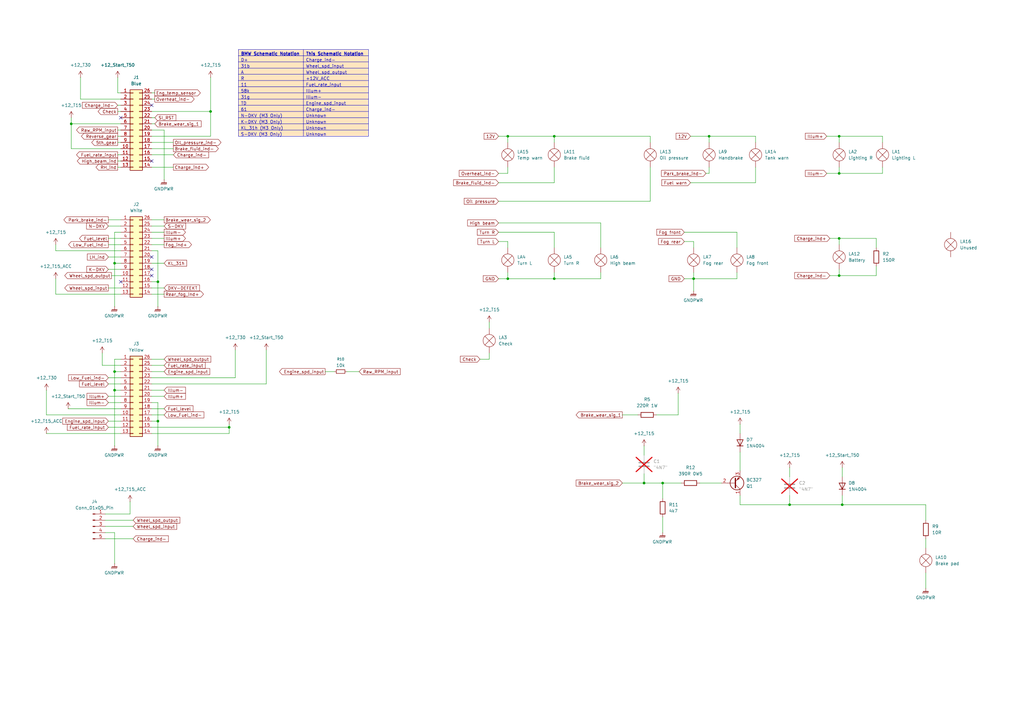
<source format=kicad_sch>
(kicad_sch (version 20250114) (generator "eeschema") (generator_version "9.0")
  (paper "A3")
  (title_block (title "BMW E30 Late Model Cluster Nexus"))
  (lib_symbols
    (symbol "Connector:Conn_01x05_Pin" (pin_names (offset 1.016) (hide yes))
      (property "Reference" "J" (at 0 7.62 0))
      (property "Value" "Conn_01x05_Pin" (at 0 -7.62 0))
      (symbol "Conn_01x05_Pin_1_1"
        (rectangle (start 0.8636 5.207) (end 0 4.953) (stroke (width 0.1524)) (fill (type outline)))
        (rectangle (start 0.8636 2.667) (end 0 2.413) (stroke (width 0.1524)) (fill (type outline)))
        (rectangle (start 0.8636 0.127) (end 0 -0.127) (stroke (width 0.1524)) (fill (type outline)))
        (rectangle (start 0.8636 -2.413) (end 0 -2.667) (stroke (width 0.1524)) (fill (type outline)))
        (rectangle (start 0.8636 -4.953) (end 0 -5.207) (stroke (width 0.1524)) (fill (type outline)))
        (polyline (pts (xy 1.27 5.08) (xy 0.8636 5.08)) (stroke (width 0.1524)))
        (polyline (pts (xy 1.27 2.54) (xy 0.8636 2.54)) (stroke (width 0.1524)))
        (polyline (pts (xy 1.27 0) (xy 0.8636 0)) (stroke (width 0.1524)))
        (polyline (pts (xy 1.27 -2.54) (xy 0.8636 -2.54)) (stroke (width 0.1524)))
        (polyline (pts (xy 1.27 -5.08) (xy 0.8636 -5.08)) (stroke (width 0.1524)))
        (pin passive line (at 5.08 5.08 180) (length 3.81) (name "Pin_1") (number "1"))
        (pin passive line (at 5.08 2.54 180) (length 3.81) (name "Pin_2") (number "2"))
        (pin passive line (at 5.08 0 180) (length 3.81) (name "Pin_3") (number "3"))
        (pin passive line (at 5.08 -2.54 180) (length 3.81) (name "Pin_4") (number "4"))
        (pin passive line (at 5.08 -5.08 180) (length 3.81) (name "Pin_5") (number "5"))
      )
    )
    (symbol "Connector_Generic:Conn_02x13_Counter_Clockwise" (pin_names (offset 1.016) (hide yes))
      (property "Reference" "J" (at 1.27 17.78 0))
      (property "Value" "Conn_02x13_Counter_Clockwise" (at 1.27 -17.78 0))
      (symbol "Conn_02x13_Counter_Clockwise_1_1"
        (rectangle (start -1.27 16.51) (end 3.81 -16.51) (stroke (width 0.254)) (fill (type background)))
        (rectangle (start -1.27 15.367) (end 0 15.113) (stroke (width 0.1524)))
        (rectangle (start -1.27 12.827) (end 0 12.573) (stroke (width 0.1524)))
        (rectangle (start -1.27 10.287) (end 0 10.033) (stroke (width 0.1524)))
        (rectangle (start -1.27 7.747) (end 0 7.493) (stroke (width 0.1524)))
        (rectangle (start -1.27 5.207) (end 0 4.953) (stroke (width 0.1524)))
        (rectangle (start -1.27 2.667) (end 0 2.413) (stroke (width 0.1524)))
        (rectangle (start -1.27 0.127) (end 0 -0.127) (stroke (width 0.1524)))
        (rectangle (start -1.27 -2.413) (end 0 -2.667) (stroke (width 0.1524)))
        (rectangle (start -1.27 -4.953) (end 0 -5.207) (stroke (width 0.1524)))
        (rectangle (start -1.27 -7.493) (end 0 -7.747) (stroke (width 0.1524)))
        (rectangle (start -1.27 -10.033) (end 0 -10.287) (stroke (width 0.1524)))
        (rectangle (start -1.27 -12.573) (end 0 -12.827) (stroke (width 0.1524)))
        (rectangle (start -1.27 -15.113) (end 0 -15.367) (stroke (width 0.1524)))
        (rectangle (start 3.81 15.367) (end 2.54 15.113) (stroke (width 0.1524)))
        (rectangle (start 3.81 12.827) (end 2.54 12.573) (stroke (width 0.1524)))
        (rectangle (start 3.81 10.287) (end 2.54 10.033) (stroke (width 0.1524)))
        (rectangle (start 3.81 7.747) (end 2.54 7.493) (stroke (width 0.1524)))
        (rectangle (start 3.81 5.207) (end 2.54 4.953) (stroke (width 0.1524)))
        (rectangle (start 3.81 2.667) (end 2.54 2.413) (stroke (width 0.1524)))
        (rectangle (start 3.81 0.127) (end 2.54 -0.127) (stroke (width 0.1524)))
        (rectangle (start 3.81 -2.413) (end 2.54 -2.667) (stroke (width 0.1524)))
        (rectangle (start 3.81 -4.953) (end 2.54 -5.207) (stroke (width 0.1524)))
        (rectangle (start 3.81 -7.493) (end 2.54 -7.747) (stroke (width 0.1524)))
        (rectangle (start 3.81 -10.033) (end 2.54 -10.287) (stroke (width 0.1524)))
        (rectangle (start 3.81 -12.573) (end 2.54 -12.827) (stroke (width 0.1524)))
        (rectangle (start 3.81 -15.113) (end 2.54 -15.367) (stroke (width 0.1524)))
        (pin passive line (at -5.08 15.24 0) (length 3.81) (name "Pin_1") (number "1"))
        (pin passive line (at -5.08 12.7 0) (length 3.81) (name "Pin_2") (number "2"))
        (pin passive line (at -5.08 10.16 0) (length 3.81) (name "Pin_3") (number "3"))
        (pin passive line (at -5.08 7.62 0) (length 3.81) (name "Pin_4") (number "4"))
        (pin passive line (at -5.08 5.08 0) (length 3.81) (name "Pin_5") (number "5"))
        (pin passive line (at -5.08 2.54 0) (length 3.81) (name "Pin_6") (number "6"))
        (pin passive line (at -5.08 0 0) (length 3.81) (name "Pin_7") (number "7"))
        (pin passive line (at -5.08 -2.54 0) (length 3.81) (name "Pin_8") (number "8"))
        (pin passive line (at -5.08 -5.08 0) (length 3.81) (name "Pin_9") (number "9"))
        (pin passive line (at -5.08 -7.62 0) (length 3.81) (name "Pin_10") (number "10"))
        (pin passive line (at -5.08 -10.16 0) (length 3.81) (name "Pin_11") (number "11"))
        (pin passive line (at -5.08 -12.7 0) (length 3.81) (name "Pin_12") (number "12"))
        (pin passive line (at -5.08 -15.24 0) (length 3.81) (name "Pin_13") (number "13"))
        (pin passive line (at 7.62 15.24 180) (length 3.81) (name "Pin_26") (number "26"))
        (pin passive line (at 7.62 12.7 180) (length 3.81) (name "Pin_25") (number "25"))
        (pin passive line (at 7.62 10.16 180) (length 3.81) (name "Pin_24") (number "24"))
        (pin passive line (at 7.62 7.62 180) (length 3.81) (name "Pin_23") (number "23"))
        (pin passive line (at 7.62 5.08 180) (length 3.81) (name "Pin_22") (number "22"))
        (pin passive line (at 7.62 2.54 180) (length 3.81) (name "Pin_21") (number "21"))
        (pin passive line (at 7.62 0 180) (length 3.81) (name "Pin_20") (number "20"))
        (pin passive line (at 7.62 -2.54 180) (length 3.81) (name "Pin_19") (number "19"))
        (pin passive line (at 7.62 -5.08 180) (length 3.81) (name "Pin_18") (number "18"))
        (pin passive line (at 7.62 -7.62 180) (length 3.81) (name "Pin_17") (number "17"))
        (pin passive line (at 7.62 -10.16 180) (length 3.81) (name "Pin_16") (number "16"))
        (pin passive line (at 7.62 -12.7 180) (length 3.81) (name "Pin_15") (number "15"))
        (pin passive line (at 7.62 -15.24 180) (length 3.81) (name "Pin_14") (number "14"))
      )
    )
    (symbol "Device:C" (pin_numbers (hide yes)) (pin_names (offset 0.254))
      (property "Reference" "C" (at 0.635 2.54 0))
      (property "Value" "C" (at 0.635 -2.54 0))
      (symbol "C_0_1"
        (polyline (pts (xy -2.032 0.762) (xy 2.032 0.762)) (stroke (width 0.508)))
        (polyline (pts (xy -2.032 -0.762) (xy 2.032 -0.762)) (stroke (width 0.508)))
      )
      (symbol "C_1_1"
        (pin passive line (at 0 3.81 270) (length 2.794) (name "~") (number "1"))
        (pin passive line (at 0 -3.81 90) (length 2.794) (name "~") (number "2"))
      )
    )
    (symbol "Device:Lamp" (pin_numbers (hide yes)) (pin_names (offset 0.0254) (hide yes))
      (property "Reference" "LA" (at 0.635 3.81 0))
      (property "Value" "Lamp" (at 0.635 -3.81 0))
      (symbol "Lamp_0_1"
        (polyline (pts (xy -1.778 1.778) (xy 1.778 -1.778)))
        (circle (center 0 0) (radius 2.54))
        (polyline (pts (xy 1.778 1.778) (xy -1.778 -1.778)))
      )
      (symbol "Lamp_1_1"
        (pin passive line (at 0 5.08 270) (length 2.54) (name "+") (number "2"))
        (pin passive line (at 0 -5.08 90) (length 2.54) (name "-") (number "1"))
      )
    )
    (symbol "Device:R" (pin_numbers (hide yes)) (pin_names (offset 0))
      (property "Reference" "R" (at 2.032 0 90))
      (property "Value" "R" (at 0 0 90))
      (symbol "R_0_1"
        (rectangle (start -1.016 -2.54) (end 1.016 2.54) (stroke (width 0.254)))
      )
      (symbol "R_1_1"
        (pin passive line (at 0 3.81 270) (length 1.27) (name "~") (number "1"))
        (pin passive line (at 0 -3.81 90) (length 1.27) (name "~") (number "2"))
      )
    )
    (symbol "Device:R_Small" (pin_numbers (hide yes)) (pin_names (offset 0.254) (hide yes))
      (property "Reference" "R" (at 0 0 90))
      (property "Value" "R_Small" (at 1.778 0 90))
      (symbol "R_Small_0_1"
        (rectangle (start -0.762 1.778) (end 0.762 -1.778) (stroke (width 0.2032)))
      )
      (symbol "R_Small_1_1"
        (pin passive line (at 0 2.54 270) (length 0.762) (name "~") (number "1"))
        (pin passive line (at 0 -2.54 90) (length 0.762) (name "~") (number "2"))
      )
    )
    (symbol "Diode:1N4004" (pin_numbers (hide yes)) (pin_names (hide yes))
      (property "Reference" "D" (at 0 2.54 0))
      (property "Value" "1N4004" (at 0 -2.54 0))
      (symbol "1N4004_0_1"
        (polyline (pts (xy -1.27 1.27) (xy -1.27 -1.27)) (stroke (width 0.254)))
        (polyline (pts (xy 1.27 1.27) (xy 1.27 -1.27) (xy -1.27 0) (xy 1.27 1.27)) (stroke (width 0.254)))
        (polyline (pts (xy 1.27 0) (xy -1.27 0)))
      )
      (symbol "1N4004_1_1"
        (pin passive line (at -3.81 0 0) (length 2.54) (name "K") (number "1"))
        (pin passive line (at 3.81 0 180) (length 2.54) (name "A") (number "2"))
      )
    )
    (symbol "Transistor_BJT:BC327" (pin_names (offset 0) (hide yes))
      (property "Reference" "Q" (at 5.08 1.905 0))
      (property "Value" "BC327" (at 5.08 0 0))
      (symbol "BC327_0_1"
        (polyline (pts (xy -2.54 0) (xy 0.635 0)))
        (polyline (pts (xy 0.635 1.905) (xy 0.635 -1.905)) (stroke (width 0.508)))
        (polyline (pts (xy 0.635 0.635) (xy 2.54 2.54)))
        (polyline (pts (xy 0.635 -0.635) (xy 2.54 -2.54)))
        (circle (center 1.27 0) (radius 2.8194) (stroke (width 0.254)))
        (polyline (pts (xy 2.286 -1.778) (xy 1.778 -2.286) (xy 1.27 -1.27) (xy 2.286 -1.778)) (fill (type outline)))
      )
      (symbol "BC327_1_1"
        (pin input line (at -5.08 0 0) (length 2.54) (name "B") (number "2"))
        (pin passive line (at 2.54 5.08 270) (length 2.54) (name "C") (number "1"))
        (pin passive line (at 2.54 -5.08 90) (length 2.54) (name "E") (number "3"))
      )
    )
    (symbol "power:+12V" (power) (pin_numbers (hide yes)) (pin_names (offset 0) (hide yes))
      (property "Value" "+12V" (at 0 3.556 0))
      (symbol "+12V_0_1"
        (polyline (pts (xy -0.762 1.27) (xy 0 2.54)))
        (polyline (pts (xy 0 2.54) (xy 0.762 1.27)))
        (polyline (pts (xy 0 0) (xy 0 2.54)))
      )
      (symbol "+12V_1_1"
        (pin power_in line (at 0 0 90) (length 0) (name "~") (number "1"))
      )
    )
    (symbol "power:GNDPWR" (power) (pin_numbers (hide yes)) (pin_names (offset 0) (hide yes))
      (property "Value" "GNDPWR" (at 0 -3.302 0))
      (symbol "GNDPWR_0_1"
        (polyline (pts (xy -1.016 -1.27) (xy -1.27 -2.032) (xy -1.27 -2.032)) (stroke (width 0.2032)))
        (polyline (pts (xy -0.508 -1.27) (xy -0.762 -2.032) (xy -0.762 -2.032)) (stroke (width 0.2032)))
        (polyline (pts (xy 0 -1.27) (xy 0 0)))
        (polyline (pts (xy 0 -1.27) (xy -0.254 -2.032) (xy -0.254 -2.032)) (stroke (width 0.2032)))
        (polyline (pts (xy 0.508 -1.27) (xy 0.254 -2.032) (xy 0.254 -2.032)) (stroke (width 0.2032)))
        (polyline (pts (xy 1.016 -1.27) (xy -1.016 -1.27) (xy -1.016 -1.27)) (stroke (width 0.2032)))
        (polyline (pts (xy 1.016 -1.27) (xy 0.762 -2.032) (xy 0.762 -2.032) (xy 0.762 -2.032)) (stroke (width 0.2032)))
      )
      (symbol "GNDPWR_1_1"
        (pin power_in line (at 0 0 270) (length 0) (name "~") (number "1"))
      )
    )
  )
  (junction (at 208.28 55.88))
  (junction (at 208.28 114.3))
  (junction (at 46.99 107.95))
  (junction (at 64.77 172.72))
  (junction (at 344.17 113.03))
  (junction (at 227.33 55.88))
  (junction (at 344.17 97.79))
  (junction (at 93.98 175.26))
  (junction (at 323.85 207.01))
  (junction (at 264.16 198.12))
  (junction (at 46.99 160.02))
  (junction (at 64.77 115.57))
  (junction (at 345.44 207.01))
  (junction (at 344.17 55.88))
  (junction (at 344.17 71.12))
  (junction (at 29.21 50.8))
  (junction (at 227.33 114.3))
  (junction (at 46.99 152.4))
  (junction (at 86.36 45.72))
  (junction (at 284.48 114.3))
  (junction (at 290.83 55.88))
  (junction (at 271.78 198.12))
  (no_connect (at 49.53 115.57))
  (no_connect (at 62.23 113.03))
  (no_connect (at 62.23 43.18))
  (no_connect (at 62.23 110.49))
  (no_connect (at 62.23 105.41))
  (no_connect (at 62.23 66.04))
  (no_connect (at 49.53 48.26))
  (wire (pts (xy 62.23 118.11) (xy 67.31 118.11)))
  (wire (pts (xy 48.26 63.5) (xy 49.53 63.5)))
  (wire (pts (xy 48.26 58.42) (xy 49.53 58.42)))
  (wire (pts (xy 271.78 198.12) (xy 271.78 204.47)))
  (wire (pts (xy 302.26 114.3) (xy 302.26 111.76)))
  (wire (pts (xy 264.16 182.88) (xy 264.16 186.69)))
  (wire (pts (xy 44.45 92.71) (xy 49.53 92.71)))
  (wire (pts (xy 53.34 205.74) (xy 53.34 210.82)))
  (wire (pts (xy 45.72 113.03) (xy 49.53 113.03)))
  (wire (pts (xy 344.17 71.12) (xy 361.95 71.12)))
  (wire (pts (xy 339.09 71.12) (xy 344.17 71.12)))
  (wire (pts (xy 227.33 95.25) (xy 227.33 101.6)))
  (wire (pts (xy 67.31 73.66) (xy 67.31 53.34)))
  (wire (pts (xy 227.33 74.93) (xy 227.33 68.58)))
  (wire (pts (xy 204.47 91.44) (xy 246.38 91.44)))
  (wire (pts (xy 62.23 60.96) (xy 71.12 60.96)))
  (wire (pts (xy 359.41 97.79) (xy 344.17 97.79)))
  (wire (pts (xy 41.91 149.86) (xy 41.91 144.78)))
  (wire (pts (xy 208.28 114.3) (xy 208.28 111.76)))
  (wire (pts (xy 255.27 198.12) (xy 264.16 198.12)))
  (wire (pts (xy 43.18 210.82) (xy 53.34 210.82)))
  (wire (pts (xy 359.41 109.22) (xy 359.41 113.03)))
  (wire (pts (xy 204.47 95.25) (xy 227.33 95.25)))
  (wire (pts (xy 19.05 160.02) (xy 19.05 170.18)))
  (wire (pts (xy 303.53 185.42) (xy 303.53 193.04)))
  (wire (pts (xy 284.48 114.3) (xy 302.26 114.3)))
  (wire (pts (xy 264.16 194.31) (xy 264.16 198.12)))
  (wire (pts (xy 246.38 91.44) (xy 246.38 101.6)))
  (wire (pts (xy 22.86 102.87) (xy 22.86 100.33)))
  (wire (pts (xy 41.91 149.86) (xy 49.53 149.86)))
  (wire (pts (xy 49.53 50.8) (xy 29.21 50.8)))
  (wire (pts (xy 204.47 99.06) (xy 208.28 99.06)))
  (wire (pts (xy 62.23 55.88) (xy 86.36 55.88)))
  (wire (pts (xy 287.02 198.12) (xy 295.91 198.12)))
  (wire (pts (xy 204.47 71.12) (xy 208.28 71.12)))
  (wire (pts (xy 290.83 55.88) (xy 309.88 55.88)))
  (wire (pts (xy 22.86 102.87) (xy 49.53 102.87)))
  (wire (pts (xy 345.44 191.77) (xy 345.44 195.58)))
  (wire (pts (xy 227.33 114.3) (xy 227.33 111.76)))
  (wire (pts (xy 48.26 43.18) (xy 49.53 43.18)))
  (wire (pts (xy 48.26 45.72) (xy 49.53 45.72)))
  (wire (pts (xy 204.47 114.3) (xy 208.28 114.3)))
  (wire (pts (xy 379.73 207.01) (xy 345.44 207.01)))
  (wire (pts (xy 46.99 152.4) (xy 46.99 147.32)))
  (wire (pts (xy 46.99 107.95) (xy 46.99 125.73)))
  (wire (pts (xy 46.99 95.25) (xy 49.53 95.25)))
  (wire (pts (xy 29.21 50.8) (xy 29.21 48.26)))
  (wire (pts (xy 208.28 114.3) (xy 227.33 114.3)))
  (wire (pts (xy 44.45 97.79) (xy 49.53 97.79)))
  (wire (pts (xy 344.17 100.33) (xy 344.17 97.79)))
  (wire (pts (xy 27.94 167.64) (xy 49.53 167.64)))
  (wire (pts (xy 280.67 95.25) (xy 302.26 95.25)))
  (wire (pts (xy 46.99 160.02) (xy 46.99 152.4)))
  (wire (pts (xy 46.99 152.4) (xy 49.53 152.4)))
  (wire (pts (xy 62.23 90.17) (xy 67.31 90.17)))
  (wire (pts (xy 44.45 172.72) (xy 49.53 172.72)))
  (wire (pts (xy 271.78 198.12) (xy 279.4 198.12)))
  (wire (pts (xy 33.02 40.64) (xy 33.02 31.75)))
  (wire (pts (xy 62.23 45.72) (xy 86.36 45.72)))
  (wire (pts (xy 303.53 173.99) (xy 303.53 177.8)))
  (wire (pts (xy 29.21 60.96) (xy 29.21 50.8)))
  (wire (pts (xy 379.73 213.36) (xy 379.73 207.01)))
  (wire (pts (xy 303.53 207.01) (xy 323.85 207.01)))
  (wire (pts (xy 302.26 95.25) (xy 302.26 101.6)))
  (wire (pts (xy 266.7 82.55) (xy 266.7 68.58)))
  (wire (pts (xy 227.33 55.88) (xy 227.33 58.42)))
  (wire (pts (xy 200.66 147.32) (xy 200.66 144.78)))
  (wire (pts (xy 86.36 45.72) (xy 86.36 55.88)))
  (wire (pts (xy 64.77 125.73) (xy 64.77 115.57)))
  (wire (pts (xy 48.26 53.34) (xy 49.53 53.34)))
  (wire (pts (xy 323.85 207.01) (xy 345.44 207.01)))
  (wire (pts (xy 323.85 203.2) (xy 323.85 207.01)))
  (wire (pts (xy 200.66 132.08) (xy 200.66 134.62)))
  (wire (pts (xy 290.83 55.88) (xy 290.83 58.42)))
  (wire (pts (xy 62.23 40.64) (xy 63.5 40.64)))
  (wire (pts (xy 359.41 113.03) (xy 344.17 113.03)))
  (wire (pts (xy 43.18 220.98) (xy 54.61 220.98)))
  (wire (pts (xy 283.21 55.88) (xy 290.83 55.88)))
  (wire (pts (xy 204.47 82.55) (xy 266.7 82.55)))
  (wire (pts (xy 48.26 66.04) (xy 49.53 66.04)))
  (wire (pts (xy 33.02 40.64) (xy 49.53 40.64)))
  (wire (pts (xy 323.85 191.77) (xy 323.85 195.58)))
  (wire (pts (xy 309.88 55.88) (xy 309.88 58.42)))
  (wire (pts (xy 344.17 55.88) (xy 339.09 55.88)))
  (wire (pts (xy 227.33 114.3) (xy 246.38 114.3)))
  (wire (pts (xy 48.26 68.58) (xy 49.53 68.58)))
  (wire (pts (xy 62.23 165.1) (xy 64.77 165.1)))
  (wire (pts (xy 44.45 157.48) (xy 49.53 157.48)))
  (wire (pts (xy 64.77 182.88) (xy 64.77 172.72)))
  (wire (pts (xy 46.99 231.14) (xy 46.99 218.44)))
  (wire (pts (xy 344.17 113.03) (xy 344.17 110.49)))
  (wire (pts (xy 280.67 114.3) (xy 284.48 114.3)))
  (wire (pts (xy 44.45 105.41) (xy 49.53 105.41)))
  (wire (pts (xy 290.83 71.12) (xy 290.83 68.58)))
  (wire (pts (xy 361.95 55.88) (xy 361.95 58.42)))
  (wire (pts (xy 62.23 102.87) (xy 64.77 102.87)))
  (wire (pts (xy 22.86 120.65) (xy 49.53 120.65)))
  (wire (pts (xy 359.41 101.6) (xy 359.41 97.79)))
  (wire (pts (xy 62.23 48.26) (xy 63.5 48.26)))
  (wire (pts (xy 62.23 157.48) (xy 109.22 157.48)))
  (wire (pts (xy 46.99 160.02) (xy 49.53 160.02)))
  (wire (pts (xy 44.45 175.26) (xy 49.53 175.26)))
  (wire (pts (xy 46.99 182.88) (xy 46.99 160.02)))
  (wire (pts (xy 62.23 58.42) (xy 71.12 58.42)))
  (wire (pts (xy 208.28 55.88) (xy 227.33 55.88)))
  (wire (pts (xy 22.86 120.65) (xy 22.86 114.3)))
  (wire (pts (xy 344.17 55.88) (xy 344.17 58.42)))
  (wire (pts (xy 204.47 55.88) (xy 208.28 55.88)))
  (wire (pts (xy 43.18 215.9) (xy 54.61 215.9)))
  (wire (pts (xy 280.67 99.06) (xy 284.48 99.06)))
  (wire (pts (xy 208.28 71.12) (xy 208.28 68.58)))
  (wire (pts (xy 284.48 99.06) (xy 284.48 101.6)))
  (wire (pts (xy 44.45 162.56) (xy 49.53 162.56)))
  (wire (pts (xy 62.23 120.65) (xy 67.31 120.65)))
  (wire (pts (xy 62.23 162.56) (xy 67.31 162.56)))
  (wire (pts (xy 266.7 55.88) (xy 266.7 58.42)))
  (wire (pts (xy 196.85 147.32) (xy 200.66 147.32)))
  (wire (pts (xy 261.62 170.18) (xy 255.27 170.18)))
  (wire (pts (xy 62.23 147.32) (xy 67.31 147.32)))
  (wire (pts (xy 361.95 71.12) (xy 361.95 68.58)))
  (wire (pts (xy 62.23 167.64) (xy 67.31 167.64)))
  (wire (pts (xy 62.23 95.25) (xy 67.31 95.25)))
  (wire (pts (xy 64.77 165.1) (xy 64.77 172.72)))
  (wire (pts (xy 64.77 115.57) (xy 62.23 115.57)))
  (wire (pts (xy 96.52 143.51) (xy 96.52 154.94)))
  (wire (pts (xy 340.36 113.03) (xy 344.17 113.03)))
  (wire (pts (xy 49.53 38.1) (xy 48.26 38.1)))
  (wire (pts (xy 62.23 154.94) (xy 96.52 154.94)))
  (wire (pts (xy 379.73 234.95) (xy 379.73 241.3)))
  (wire (pts (xy 278.13 161.29) (xy 278.13 170.18)))
  (wire (pts (xy 44.45 100.33) (xy 49.53 100.33)))
  (wire (pts (xy 246.38 114.3) (xy 246.38 111.76)))
  (wire (pts (xy 208.28 55.88) (xy 208.28 58.42)))
  (wire (pts (xy 379.73 220.98) (xy 379.73 224.79)))
  (wire (pts (xy 62.23 97.79) (xy 67.31 97.79)))
  (wire (pts (xy 278.13 170.18) (xy 269.24 170.18)))
  (wire (pts (xy 19.05 170.18) (xy 49.53 170.18)))
  (wire (pts (xy 49.53 60.96) (xy 29.21 60.96)))
  (wire (pts (xy 86.36 31.75) (xy 86.36 45.72)))
  (wire (pts (xy 93.98 173.99) (xy 93.98 175.26)))
  (wire (pts (xy 345.44 207.01) (xy 345.44 203.2)))
  (wire (pts (xy 62.23 177.8) (xy 93.98 177.8)))
  (wire (pts (xy 46.99 107.95) (xy 49.53 107.95)))
  (wire (pts (xy 208.28 99.06) (xy 208.28 101.6)))
  (wire (pts (xy 284.48 114.3) (xy 284.48 119.38)))
  (wire (pts (xy 344.17 55.88) (xy 361.95 55.88)))
  (wire (pts (xy 109.22 157.48) (xy 109.22 143.51)))
  (wire (pts (xy 271.78 212.09) (xy 271.78 218.44)))
  (wire (pts (xy 48.26 55.88) (xy 49.53 55.88)))
  (wire (pts (xy 93.98 175.26) (xy 93.98 177.8)))
  (wire (pts (xy 142.24 152.4) (xy 147.32 152.4)))
  (wire (pts (xy 46.99 95.25) (xy 46.99 107.95)))
  (wire (pts (xy 48.26 38.1) (xy 48.26 31.75)))
  (wire (pts (xy 62.23 100.33) (xy 67.31 100.33)))
  (wire (pts (xy 62.23 92.71) (xy 67.31 92.71)))
  (wire (pts (xy 284.48 111.76) (xy 284.48 114.3)))
  (wire (pts (xy 44.45 110.49) (xy 49.53 110.49)))
  (wire (pts (xy 283.21 74.93) (xy 309.88 74.93)))
  (wire (pts (xy 344.17 97.79) (xy 340.36 97.79)))
  (wire (pts (xy 62.23 160.02) (xy 67.31 160.02)))
  (wire (pts (xy 227.33 55.88) (xy 266.7 55.88)))
  (wire (pts (xy 303.53 207.01) (xy 303.53 203.2)))
  (wire (pts (xy 309.88 74.93) (xy 309.88 68.58)))
  (wire (pts (xy 133.35 152.4) (xy 137.16 152.4)))
  (wire (pts (xy 62.23 53.34) (xy 67.31 53.34)))
  (wire (pts (xy 62.23 170.18) (xy 67.31 170.18)))
  (wire (pts (xy 44.45 154.94) (xy 49.53 154.94)))
  (wire (pts (xy 44.45 165.1) (xy 49.53 165.1)))
  (wire (pts (xy 204.47 74.93) (xy 227.33 74.93)))
  (wire (pts (xy 62.23 152.4) (xy 67.31 152.4)))
  (wire (pts (xy 62.23 38.1) (xy 63.5 38.1)))
  (wire (pts (xy 46.99 147.32) (xy 49.53 147.32)))
  (wire (pts (xy 62.23 149.86) (xy 67.31 149.86)))
  (wire (pts (xy 64.77 172.72) (xy 62.23 172.72)))
  (wire (pts (xy 62.23 68.58) (xy 71.12 68.58)))
  (wire (pts (xy 19.05 177.8) (xy 49.53 177.8)))
  (wire (pts (xy 44.45 118.11) (xy 49.53 118.11)))
  (wire (pts (xy 43.18 213.36) (xy 54.61 213.36)))
  (wire (pts (xy 289.56 71.12) (xy 290.83 71.12)))
  (wire (pts (xy 62.23 107.95) (xy 67.31 107.95)))
  (wire (pts (xy 44.45 90.17) (xy 49.53 90.17)))
  (wire (pts (xy 264.16 198.12) (xy 271.78 198.12)))
  (wire (pts (xy 64.77 102.87) (xy 64.77 115.57)))
  (wire (pts (xy 344.17 68.58) (xy 344.17 71.12)))
  (wire (pts (xy 62.23 175.26) (xy 93.98 175.26)))
  (wire (pts (xy 62.23 63.5) (xy 71.12 63.5)))
  (wire (pts (xy 62.23 50.8) (xy 63.5 50.8)))
  (wire (pts (xy 46.99 218.44) (xy 43.18 218.44)))
  (table (column_count 2) (border (external yes) (header yes)) (separators (rows yes) (cols yes)) (column_widths 26.67 26.67) (row_heights 2.54 2.54 2.54 2.54 2.54 2.54 2.54 2.54 2.54 2.54 2.54 2.54 2.54 2.54) (cells (table_cell "BMW Schematic Notation" (at 97.79 20.32 0) (size 26.67 2.54) (margins 0.9525 0.9525 0.9525 0.9525) (span 1 1) (fill (type color) (color 255 229 191 1))) (table_cell "This Schematic Notation" (at 124.46 20.32 0) (size 26.67 2.54) (margins 0.9525 0.9525 0.9525 0.9525) (span 1 1) (fill (type color) (color 255 229 191 1))) (table_cell "D+" (at 97.79 22.86 0) (size 26.67 2.54) (margins 0.9525 0.9525 0.9525 0.9525) (span 1 1) (fill (type color) (color 255 229 191 1))) (table_cell "Charge_ind-" (at 124.46 22.86 0) (size 26.67 2.54) (margins 0.9525 0.9525 0.9525 0.9525) (span 1 1) (fill (type color) (color 255 229 191 1))) (table_cell "31b" (at 97.79 25.4 0) (size 26.67 2.54) (margins 0.9525 0.9525 0.9525 0.9525) (span 1 1) (fill (type color) (color 255 229 191 1))) (table_cell "Wheel_spd_input" (at 124.46 25.4 0) (size 26.67 2.54) (margins 0.9525 0.9525 0.9525 0.9525) (span 1 1) (fill (type color) (color 255 229 191 1))) (table_cell "A" (at 97.79 27.94 0) (size 26.67 2.54) (margins 0.9525 0.9525 0.9525 0.9525) (span 1 1) (fill (type color) (color 255 229 191 1))) (table_cell "Wheel_spd_output" (at 124.46 27.94 0) (size 26.67 2.54) (margins 0.9525 0.9525 0.9525 0.9525) (span 1 1) (fill (type color) (color 255 229 191 1))) (table_cell "R" (at 97.79 30.48 0) (size 26.67 2.54) (margins 0.9525 0.9525 0.9525 0.9525) (span 1 1) (fill (type color) (color 255 229 191 1))) (table_cell "+12V_ACC" (at 124.46 30.48 0) (size 26.67 2.54) (margins 0.9525 0.9525 0.9525 0.9525) (span 1 1) (fill (type color) (color 255 229 191 1))) (table_cell "11" (at 97.79 33.02 0) (size 26.67 2.54) (margins 0.9525 0.9525 0.9525 0.9525) (span 1 1) (fill (type color) (color 255 229 191 1))) (table_cell "Fuel_rate_input" (at 124.46 33.02 0) (size 26.67 2.54) (margins 0.9525 0.9525 0.9525 0.9525) (span 1 1) (fill (type color) (color 255 229 191 1))) (table_cell "58k" (at 97.79 35.56 0) (size 26.67 2.54) (margins 0.9525 0.9525 0.9525 0.9525) (span 1 1) (fill (type color) (color 255 229 191 1))) (table_cell "Illum+" (at 124.46 35.56 0) (size 26.67 2.54) (margins 0.9525 0.9525 0.9525 0.9525) (span 1 1) (fill (type color) (color 255 229 191 1))) (table_cell "31g" (at 97.79 38.1 0) (size 26.67 2.54) (margins 0.9525 0.9525 0.9525 0.9525) (span 1 1) (fill (type color) (color 255 229 191 1))) (table_cell "Illum-" (at 124.46 38.1 0) (size 26.67 2.54) (margins 0.9525 0.9525 0.9525 0.9525) (span 1 1) (fill (type color) (color 255 229 191 1))) (table_cell "TD" (at 97.79 40.64 0) (size 26.67 2.54) (margins 0.9525 0.9525 0.9525 0.9525) (span 1 1) (fill (type color) (color 255 229 191 1))) (table_cell "Engine_spd_input" (at 124.46 40.64 0) (size 26.67 2.54) (margins 0.9525 0.9525 0.9525 0.9525) (span 1 1) (fill (type color) (color 255 229 191 1))) (table_cell "61" (at 97.79 43.18 0) (size 26.67 2.54) (margins 0.9525 0.9525 0.9525 0.9525) (span 1 1) (fill (type color) (color 255 229 191 1))) (table_cell "Charge_ind-" (at 124.46 43.18 0) (size 26.67 2.54) (margins 0.9525 0.9525 0.9525 0.9525) (span 1 1) (fill (type color) (color 255 229 191 1))) (table_cell "N-DKV (M3 Only)" (at 97.79 45.72 0) (size 26.67 2.54) (margins 0.9525 0.9525 0.9525 0.9525) (span 1 1) (fill (type color) (color 255 229 191 1))) (table_cell "Unknown" (at 124.46 45.72 0) (size 26.67 2.54) (margins 0.9525 0.9525 0.9525 0.9525) (span 1 1) (fill (type color) (color 255 229 191 1))) (table_cell "K-DKV (M3 Only)" (at 97.79 48.26 0) (size 26.67 2.54) (margins 0.9525 0.9525 0.9525 0.9525) (span 1 1) (fill (type color) (color 255 229 191 1))) (table_cell "Unknown" (at 124.46 48.26 0) (size 26.67 2.54) (margins 0.9525 0.9525 0.9525 0.9525) (span 1 1) (fill (type color) (color 255 229 191 1))) (table_cell "KL_31h (M3 Only)" (at 97.79 50.8 0) (size 26.67 2.54) (margins 0.9525 0.9525 0.9525 0.9525) (span 1 1) (fill (type color) (color 255 229 191 1))) (table_cell "Unknown" (at 124.46 50.8 0) (size 26.67 2.54) (margins 0.9525 0.9525 0.9525 0.9525) (span 1 1) (fill (type color) (color 255 229 191 1))) (table_cell "S-DKV (M3 Only)" (at 97.79 53.34 0) (size 26.67 2.54) (margins 0.9525 0.9525 0.9525 0.9525) (span 1 1) (fill (type color) (color 255 229 191 1))) (table_cell "Unknown" (at 124.46 53.34 0) (size 26.67 2.54) (margins 0.9525 0.9525 0.9525 0.9525) (span 1 1) (fill (type color) (color 255 229 191 1)))))
  (global_label "Fuel_rate_input" (shape input) (at 67.31 149.86 0) (property "Intersheetrefs" "${INTERSHEET_REFS}" (effects (hide yes))))
  (global_label "Turn L" (shape input) (at 204.47 99.06 180) (property "Intersheetrefs" "${INTERSHEET_REFS}" (effects (hide yes))))
  (global_label "Wheel_spd_input" (shape output) (at 44.45 118.11 180) (property "Intersheetrefs" "${INTERSHEET_REFS}" (effects (hide yes))))
  (global_label "Brake_wear_sig_1" (shape output) (at 255.27 170.18 180) (property "Intersheetrefs" "${INTERSHEET_REFS}" (effects (hide yes))))
  (global_label "Charge_ind+" (shape input) (at 340.36 97.79 180) (property "Intersheetrefs" "${INTERSHEET_REFS}" (effects (hide yes))))
  (global_label "RH_ind" (shape output) (at 48.26 68.58 180) (property "Intersheetrefs" "${INTERSHEET_REFS}" (effects (hide yes))))
  (global_label "Overheat_ind-" (shape output) (at 63.5 40.64 0) (property "Intersheetrefs" "${INTERSHEET_REFS}" (effects (hide yes))))
  (global_label "Oil pressure" (shape input) (at 204.47 82.55 180) (property "Intersheetrefs" "${INTERSHEET_REFS}" (effects (hide yes))))
  (global_label "N-DKV" (shape input) (at 44.45 92.71 180) (property "Intersheetrefs" "${INTERSHEET_REFS}" (effects (hide yes))))
  (global_label "Raw_RPM_input" (shape output) (at 48.26 53.34 180) (property "Intersheetrefs" "${INTERSHEET_REFS}" (effects (hide yes))))
  (global_label "Illum+" (shape output) (at 67.31 97.79 0) (property "Intersheetrefs" "${INTERSHEET_REFS}" (effects (hide yes))))
  (global_label "Reverse_gear" (shape output) (at 48.26 55.88 180) (property "Intersheetrefs" "${INTERSHEET_REFS}" (effects (hide yes))))
  (global_label "Brake_wear_sig_2" (shape input) (at 255.27 198.12 180) (property "Intersheetrefs" "${INTERSHEET_REFS}" (effects (hide yes))))
  (global_label "Park_brake_ind-" (shape output) (at 44.45 90.17 180) (property "Intersheetrefs" "${INTERSHEET_REFS}" (effects (hide yes))))
  (global_label "Rear_fog_ind+" (shape output) (at 67.31 120.65 0) (property "Intersheetrefs" "${INTERSHEET_REFS}" (effects (hide yes))))
  (global_label "OIl_pressure_ind-" (shape output) (at 71.12 58.42 0) (property "Intersheetrefs" "${INTERSHEET_REFS}" (effects (hide yes))))
  (global_label "Brake_wear_sig_2" (shape output) (at 67.31 90.17 0) (property "Intersheetrefs" "${INTERSHEET_REFS}" (effects (hide yes))))
  (global_label "LH_ind" (shape input) (at 44.45 105.41 180) (property "Intersheetrefs" "${INTERSHEET_REFS}" (effects (hide yes))))
  (global_label "5th_gear" (shape output) (at 48.26 58.42 180) (property "Intersheetrefs" "${INTERSHEET_REFS}" (effects (hide yes))))
  (global_label "Park_brake_ind-" (shape input) (at 289.56 71.12 180) (property "Intersheetrefs" "${INTERSHEET_REFS}" (effects (hide yes))))
  (global_label "GND" (shape input) (at 280.67 114.3 180) (property "Intersheetrefs" "${INTERSHEET_REFS}" (effects (hide yes))))
  (global_label "Fuel_level" (shape input) (at 67.31 167.64 0) (property "Intersheetrefs" "${INTERSHEET_REFS}" (effects (hide yes))))
  (global_label "Brake_fluid_ind-" (shape output) (at 71.12 60.96 0) (property "Intersheetrefs" "${INTERSHEET_REFS}" (effects (hide yes))))
  (global_label "K-DKV" (shape input) (at 44.45 110.49 180) (property "Intersheetrefs" "${INTERSHEET_REFS}" (effects (hide yes))))
  (global_label "Check" (shape input) (at 196.85 147.32 180) (property "Intersheetrefs" "${INTERSHEET_REFS}" (effects (hide yes))))
  (global_label "Fog front" (shape input) (at 280.67 95.25 180) (property "Intersheetrefs" "${INTERSHEET_REFS}" (effects (hide yes))))
  (global_label "Charge_ind-" (shape input) (at 71.12 63.5 0) (property "Intersheetrefs" "${INTERSHEET_REFS}" (effects (hide yes))))
  (global_label "Charge_ind-" (shape input) (at 340.36 113.03 180) (property "Intersheetrefs" "${INTERSHEET_REFS}" (effects (hide yes))))
  (global_label "Wheel_spd_output" (shape input) (at 67.31 147.32 0) (property "Intersheetrefs" "${INTERSHEET_REFS}" (effects (hide yes))))
  (global_label "Charge_ind-" (shape input) (at 48.26 43.18 180) (property "Intersheetrefs" "${INTERSHEET_REFS}" (effects (hide yes))))
  (global_label "Illum+" (shape input) (at 339.09 55.88 180) (property "Intersheetrefs" "${INTERSHEET_REFS}" (effects (hide yes))))
  (global_label "GND" (shape input) (at 204.47 114.3 180) (property "Intersheetrefs" "${INTERSHEET_REFS}" (effects (hide yes))))
  (global_label "Fog_ind+" (shape output) (at 67.31 100.33 0) (property "Intersheetrefs" "${INTERSHEET_REFS}" (effects (hide yes))))
  (global_label "Fuel_rate_input" (shape input) (at 44.45 175.26 180) (property "Intersheetrefs" "${INTERSHEET_REFS}" (effects (hide yes))))
  (global_label "High beam" (shape input) (at 204.47 91.44 180) (property "Intersheetrefs" "${INTERSHEET_REFS}" (effects (hide yes))))
  (global_label "Charge_ind+" (shape output) (at 71.12 68.58 0) (property "Intersheetrefs" "${INTERSHEET_REFS}" (effects (hide yes))))
  (global_label "Low_Fuel_ind-" (shape output) (at 44.45 100.33 180) (property "Intersheetrefs" "${INTERSHEET_REFS}" (effects (hide yes))))
  (global_label "Fuel_rate_input" (shape output) (at 48.26 63.5 180) (property "Intersheetrefs" "${INTERSHEET_REFS}" (effects (hide yes))))
  (global_label "Illum-" (shape input) (at 44.45 165.1 180) (property "Intersheetrefs" "${INTERSHEET_REFS}" (effects (hide yes))))
  (global_label "Charge_ind-" (shape input) (at 54.61 220.98 0) (property "Intersheetrefs" "${INTERSHEET_REFS}" (effects (hide yes))))
  (global_label "Turn R" (shape input) (at 204.47 95.25 180) (property "Intersheetrefs" "${INTERSHEET_REFS}" (effects (hide yes))))
  (global_label "High_beam_ind" (shape output) (at 48.26 66.04 180) (property "Intersheetrefs" "${INTERSHEET_REFS}" (effects (hide yes))))
  (global_label "Engine_spd_input" (shape output) (at 133.35 152.4 180) (property "Intersheetrefs" "${INTERSHEET_REFS}" (effects (hide yes))))
  (global_label "Low_Fuel_ind-" (shape input) (at 44.45 154.94 180) (property "Intersheetrefs" "${INTERSHEET_REFS}" (effects (hide yes))))
  (global_label "Wheel_spd_input" (shape input) (at 54.61 215.9 0) (property "Intersheetrefs" "${INTERSHEET_REFS}" (effects (hide yes))))
  (global_label "KL_31h" (shape input) (at 67.31 107.95 0) (property "Intersheetrefs" "${INTERSHEET_REFS}" (effects (hide yes))))
  (global_label "Engine_spd_input" (shape input) (at 67.31 152.4 0) (property "Intersheetrefs" "${INTERSHEET_REFS}" (effects (hide yes))))
  (global_label "Illum-" (shape input) (at 67.31 160.02 0) (property "Intersheetrefs" "${INTERSHEET_REFS}" (effects (hide yes))))
  (global_label "Wheel_spd_output" (shape input) (at 54.61 213.36 0) (property "Intersheetrefs" "${INTERSHEET_REFS}" (effects (hide yes))))
  (global_label "Illum+" (shape input) (at 67.31 162.56 0) (property "Intersheetrefs" "${INTERSHEET_REFS}" (effects (hide yes))))
  (global_label "S-DKV" (shape input) (at 67.31 92.71 0) (property "Intersheetrefs" "${INTERSHEET_REFS}" (effects (hide yes))))
  (global_label "Raw_RPM_input" (shape input) (at 147.32 152.4 0) (property "Intersheetrefs" "${INTERSHEET_REFS}" (effects (hide yes))))
  (global_label "Fuel_level" (shape input) (at 44.45 157.48 180) (property "Intersheetrefs" "${INTERSHEET_REFS}" (effects (hide yes))))
  (global_label "Illum+" (shape input) (at 44.45 162.56 180) (property "Intersheetrefs" "${INTERSHEET_REFS}" (effects (hide yes))))
  (global_label "Engine_spd_input" (shape input) (at 44.45 172.72 180) (property "Intersheetrefs" "${INTERSHEET_REFS}" (effects (hide yes))))
  (global_label "Low_Fuel_ind-" (shape input) (at 67.31 170.18 0) (property "Intersheetrefs" "${INTERSHEET_REFS}" (effects (hide yes))))
  (global_label "Illum-" (shape output) (at 67.31 95.25 0) (property "Intersheetrefs" "${INTERSHEET_REFS}" (effects (hide yes))))
  (global_label "Check" (shape output) (at 48.26 45.72 180) (property "Intersheetrefs" "${INTERSHEET_REFS}" (effects (hide yes))))
  (global_label "Brake_fluid_ind-" (shape input) (at 204.47 74.93 180) (property "Intersheetrefs" "${INTERSHEET_REFS}" (effects (hide yes))))
  (global_label "Brake_wear_sig_1" (shape input) (at 63.5 50.8 0) (property "Intersheetrefs" "${INTERSHEET_REFS}" (effects (hide yes))))
  (global_label "Fog rear" (shape input) (at 280.67 99.06 180) (property "Intersheetrefs" "${INTERSHEET_REFS}" (effects (hide yes))))
  (global_label "Illum-" (shape input) (at 339.09 71.12 180) (property "Intersheetrefs" "${INTERSHEET_REFS}" (effects (hide yes))))
  (global_label "SI_RST" (shape input) (at 63.5 48.26 0) (property "Intersheetrefs" "${INTERSHEET_REFS}" (effects (hide yes))))
  (global_label "Wheel_spd_output" (shape output) (at 45.72 113.03 180) (property "Intersheetrefs" "${INTERSHEET_REFS}" (effects (hide yes))))
  (global_label "Overheat_ind-" (shape input) (at 204.47 71.12 180) (property "Intersheetrefs" "${INTERSHEET_REFS}" (effects (hide yes))))
  (global_label "12V" (shape input) (at 283.21 55.88 180) (property "Intersheetrefs" "${INTERSHEET_REFS}" (effects (hide yes))))
  (global_label "Eng_temp_sensor" (shape output) (at 63.5 38.1 0) (property "Intersheetrefs" "${INTERSHEET_REFS}" (effects (hide yes))))
  (global_label "DKV-DEFEKT" (shape input) (at 67.31 118.11 0) (property "Intersheetrefs" "${INTERSHEET_REFS}" (effects (hide yes))))
  (global_label "Fuel warn" (shape input) (at 283.21 74.93 180) (property "Intersheetrefs" "${INTERSHEET_REFS}" (effects (hide yes))))
  (global_label "Fuel_level" (shape output) (at 44.45 97.79 180) (property "Intersheetrefs" "${INTERSHEET_REFS}" (effects (hide yes))))
  (global_label "12V" (shape input) (at 204.47 55.88 180) (property "Intersheetrefs" "${INTERSHEET_REFS}" (effects (hide yes))))
  (symbol (lib_id "power:GNDPWR") (at 284.48 119.38 0) (unit 1)
    (property "Reference" "#PWR019" (effects (hide yes)))
    (property "Value" "GNDPWR" (at 284.353 123.19 0))
    (property "Description" "Power symbol creates a global label with name \"GNDPWR\" , global ground" (effects (hide yes)))
  )
  (symbol (lib_id "power:GNDPWR") (at 46.99 231.14 0) (unit 1)
    (property "Reference" "#PWR021" (effects (hide yes)))
    (property "Value" "GNDPWR" (at 46.863 234.95 0))
    (property "Description" "Power symbol creates a global label with name \"GNDPWR\" , global ground" (effects (hide yes)))
  )
  (symbol (lib_id "Device:Lamp") (at 309.88 63.5 180) (unit 1)
    (property "Reference" "LA14" (at 313.69 62.2299 0) (effects (justify right)))
    (property "Value" "Tank warn" (at 313.69 64.7699 0) (effects (justify right)))
    (property "Footprint" "mount:B8.5d" (effects (hide yes)))
  )
  (symbol (lib_id "power:+12V") (at 48.26 31.75 0) (unit 1)
    (property "Reference" "#PWR02" (effects (hide yes)))
    (property "Value" "+12_Start_T50" (at 48.26 26.67 0))
    (property "Description" "Power symbol creates a global label with name \"+12V\"" (effects (hide yes)))
  )
  (symbol (lib_id "Diode:1N4004") (at 303.53 181.61 90) (unit 1)
    (property "Reference" "D7" (at 306.07 180.3399 90) (effects (justify right)))
    (property "Value" "1N4004" (at 306.07 182.8799 90) (effects (justify right)))
    (property "Footprint" "Diode_THT:D_DO-41_SOD81_P10.16mm_Horizontal" (effects (hide yes)))
    (property "Datasheet" "http://www.vishay.com/docs/88503/1n4001.pdf" (effects (hide yes)))
    (property "Description" "400V 1A General Purpose Rectifier Diode, DO-41" (effects (hide yes)))
    (property "Sim.Device" "D" (effects (hide yes)))
    (property "Sim.Pins" "1=K 2=A" (effects (hide yes)))
  )
  (symbol (lib_id "Device:Lamp") (at 266.7 63.5 180) (unit 1)
    (property "Reference" "LA13" (at 270.51 62.2299 0) (effects (justify right)))
    (property "Value" "Oil pressure" (at 270.51 64.7699 0) (effects (justify right)))
    (property "Footprint" "mount:B8.5d" (effects (hide yes)))
  )
  (symbol (lib_id "power:+12V") (at 264.16 182.88 0) (unit 1)
    (property "Reference" "#PWR028" (effects (hide yes)))
    (property "Value" "+12_T15" (at 264.16 177.8 0))
    (property "Description" "Power symbol creates a global label with name \"+12V\"" (effects (hide yes)))
  )
  (symbol (lib_id "Device:Lamp") (at 208.28 106.68 180) (unit 1)
    (property "Reference" "LA4" (at 212.09 105.4099 0) (effects (justify right)))
    (property "Value" "Turn L" (at 212.09 107.9499 0) (effects (justify right)))
    (property "Footprint" "mount:B8.5d" (effects (hide yes)))
  )
  (symbol (lib_id "Device:C") (at 264.16 190.5 0) (unit 1) (dnp yes)
    (property "Reference" "C1" (at 267.97 189.2299 0) (effects (justify left)))
    (property "Value" "\"4N7\"" (at 267.97 191.7699 0) (effects (justify left)))
    (property "Description" "Unpolarized capacitor" (effects (hide yes)))
  )
  (symbol (lib_id "Transistor_BJT:BC327") (at 300.99 198.12 0) (mirror x) (unit 1)
    (property "Reference" "Q1" (at 306.07 199.3901 0) (effects (justify left)))
    (property "Value" "BC327" (at 306.07 196.8501 0) (effects (justify left)))
    (property "Footprint" "Package_TO_SOT_THT:TO-92_Inline" (effects (hide yes)))
    (property "Datasheet" "http://www.onsemi.com/pub_link/Collateral/BC327-D.PDF" (effects (hide yes)))
    (property "Description" "0.8A Ic, 45V Vce, PNP Transistor, TO-92" (effects (hide yes)))
  )
  (symbol (lib_id "power:GNDPWR") (at 64.77 182.88 0) (unit 1)
    (property "Reference" "#PWR016" (effects (hide yes)))
    (property "Value" "GNDPWR" (at 64.643 186.69 0))
    (property "Description" "Power symbol creates a global label with name \"GNDPWR\" , global ground" (effects (hide yes)))
  )
  (symbol (lib_id "power:+12V") (at 200.66 132.08 0) (unit 1)
    (property "Reference" "#PWR022" (effects (hide yes)))
    (property "Value" "+12_T15" (at 200.66 127 0))
    (property "Description" "Power symbol creates a global label with name \"+12V\"" (effects (hide yes)))
  )
  (symbol (lib_id "power:+12V") (at 345.44 191.77 0) (unit 1)
    (property "Reference" "#PWR023" (effects (hide yes)))
    (property "Value" "+12_Start_T50" (at 345.44 186.69 0))
    (property "Description" "Power symbol creates a global label with name \"+12V\"" (effects (hide yes)))
  )
  (symbol (lib_id "power:GNDPWR") (at 271.78 218.44 0) (unit 1)
    (property "Reference" "#PWR026" (effects (hide yes)))
    (property "Value" "GNDPWR" (at 271.653 222.25 0))
    (property "Description" "Power symbol creates a global label with name \"GNDPWR\" , global ground" (effects (hide yes)))
  )
  (symbol (lib_id "Connector:Conn_01x05_Pin") (at 38.1 215.9 0) (unit 1)
    (property "Reference" "J4" (at 38.735 205.74 0))
    (property "Value" "Conn_01x05_Pin" (at 38.735 208.28 0))
    (property "Description" "Generic connector, single row, 01x05, script generated" (effects (hide yes)))
  )
  (symbol (lib_id "power:+12V") (at 22.86 114.3 0) (unit 1)
    (property "Reference" "#PWR08" (effects (hide yes)))
    (property "Value" "+12_T15_ACC" (at 22.86 109.22 0))
    (property "Description" "Power symbol creates a global label with name \"+12V\"" (effects (hide yes)))
  )
  (symbol (lib_id "Device:Lamp") (at 227.33 63.5 180) (unit 1)
    (property "Reference" "LA11" (at 231.14 62.2299 0) (effects (justify right)))
    (property "Value" "Brake fluid" (at 231.14 64.7699 0) (effects (justify right)))
    (property "Footprint" "mount:B8.5d" (effects (hide yes)))
  )
  (symbol (lib_id "power:+12V") (at 27.94 167.64 0) (unit 1)
    (property "Reference" "#PWR012" (effects (hide yes)))
    (property "Value" "+12_Start_T50" (at 27.94 162.56 0))
    (property "Description" "Power symbol creates a global label with name \"+12V\"" (effects (hide yes)))
  )
  (symbol (lib_id "power:+12V") (at 278.13 161.29 0) (mirror y) (unit 1)
    (property "Reference" "#PWR029" (effects (hide yes)))
    (property "Value" "+12_T15" (at 278.13 156.21 0))
    (property "Description" "Power symbol creates a global label with name \"+12V\"" (effects (hide yes)))
  )
  (symbol (lib_id "Device:R") (at 359.41 105.41 0) (unit 1)
    (property "Reference" "R2" (at 361.95 104.1399 0) (effects (justify left)))
    (property "Value" "150R" (at 361.95 106.6799 0) (effects (justify left)))
    (property "Description" "Resistor" (effects (hide yes)))
  )
  (symbol (lib_id "Device:R") (at 283.21 198.12 90) (unit 1)
    (property "Reference" "R12" (at 283.21 191.77 90))
    (property "Value" "390R 0W5" (at 283.21 194.31 90))
    (property "Description" "Resistor" (effects (hide yes)))
  )
  (symbol (lib_id "power:+12V") (at 86.36 31.75 0) (unit 1)
    (property "Reference" "#PWR04" (effects (hide yes)))
    (property "Value" "+12_T15" (at 86.36 26.67 0))
    (property "Description" "Power symbol creates a global label with name \"+12V\"" (effects (hide yes)))
  )
  (symbol (lib_id "power:+12V") (at 19.05 160.02 0) (unit 1)
    (property "Reference" "#PWR013" (effects (hide yes)))
    (property "Value" "+12_T30" (at 19.05 154.94 0))
    (property "Description" "Power symbol creates a global label with name \"+12V\"" (effects (hide yes)))
  )
  (symbol (lib_id "Device:Lamp") (at 302.26 106.68 180) (unit 1)
    (property "Reference" "LA8" (at 306.07 105.4099 0) (effects (justify right)))
    (property "Value" "Fog front" (at 306.07 107.9499 0) (effects (justify right)))
    (property "Footprint" "mount:B8.5d" (effects (hide yes)))
  )
  (symbol (lib_id "Device:R") (at 379.73 217.17 0) (unit 1)
    (property "Reference" "R9" (at 382.27 215.8999 0) (effects (justify left)))
    (property "Value" "10R" (at 382.27 218.4399 0) (effects (justify left)))
    (property "Description" "Resistor" (effects (hide yes)))
  )
  (symbol (lib_id "Device:Lamp") (at 361.95 63.5 180) (unit 1)
    (property "Reference" "LA1" (at 365.76 62.2299 0) (effects (justify right)))
    (property "Value" "Lighting L" (at 365.76 64.7699 0) (effects (justify right)))
    (property "Footprint" "mount:2821MF" (effects (hide yes)))
  )
  (symbol (lib_id "Device:R_Small") (at 139.7 152.4 90) (unit 1)
    (property "Reference" "R10" (at 139.7 147.32 90) (effects (font (size 1.016 1.016))))
    (property "Value" "10k" (at 139.7 149.86 90))
    (property "Description" "Resistor, small symbol" (effects (hide yes)))
  )
  (symbol (lib_id "Device:Lamp") (at 246.38 106.68 0) (unit 1)
    (property "Reference" "LA6" (at 250.19 105.4099 0) (effects (justify left)))
    (property "Value" "High beam" (at 250.19 107.9499 0) (effects (justify left)))
    (property "Footprint" "mount:B8.5d" (effects (hide yes)))
  )
  (symbol (lib_id "Device:R") (at 265.43 170.18 270) (mirror x) (unit 1)
    (property "Reference" "R5" (at 265.43 163.83 90))
    (property "Value" "220R 1W" (at 265.43 166.37 90))
    (property "Description" "Resistor" (effects (hide yes)))
  )
  (symbol (lib_id "power:+12V") (at 29.21 48.26 0) (unit 1)
    (property "Reference" "#PWR03" (effects (hide yes)))
    (property "Value" "+12_T15" (at 29.21 43.18 0))
    (property "Description" "Power symbol creates a global label with name \"+12V\"" (effects (hide yes)))
  )
  (symbol (lib_id "power:GNDPWR") (at 67.31 73.66 0) (unit 1)
    (property "Reference" "#PWR05" (effects (hide yes)))
    (property "Value" "GNDPWR" (at 67.183 77.47 0))
    (property "Description" "Power symbol creates a global label with name \"GNDPWR\" , global ground" (effects (hide yes)))
  )
  (symbol (lib_id "power:+12V") (at 96.52 143.51 0) (unit 1)
    (property "Reference" "#PWR018" (effects (hide yes)))
    (property "Value" "+12_T30" (at 96.52 138.43 0))
    (property "Description" "Power symbol creates a global label with name \"+12V\"" (effects (hide yes)))
  )
  (symbol (lib_id "Device:Lamp") (at 344.17 63.5 180) (unit 1)
    (property "Reference" "LA2" (at 347.98 62.2299 0) (effects (justify right)))
    (property "Value" "Lighting R" (at 347.98 64.7699 0) (effects (justify right)))
    (property "Footprint" "mount:2821MF" (effects (hide yes)))
  )
  (symbol (lib_id "Device:Lamp") (at 284.48 106.68 180) (unit 1)
    (property "Reference" "LA7" (at 288.29 105.4099 0) (effects (justify right)))
    (property "Value" "Fog rear" (at 288.29 107.9499 0) (effects (justify right)))
    (property "Footprint" "mount:B8.5d" (effects (hide yes)))
  )
  (symbol (lib_id "Diode:1N4004") (at 345.44 199.39 90) (unit 1)
    (property "Reference" "D8" (at 347.98 198.1199 90) (effects (justify right)))
    (property "Value" "1N4004" (at 347.98 200.6599 90) (effects (justify right)))
    (property "Footprint" "Diode_THT:D_DO-41_SOD81_P10.16mm_Horizontal" (effects (hide yes)))
    (property "Datasheet" "http://www.vishay.com/docs/88503/1n4001.pdf" (effects (hide yes)))
    (property "Description" "400V 1A General Purpose Rectifier Diode, DO-41" (effects (hide yes)))
    (property "Sim.Device" "D" (effects (hide yes)))
    (property "Sim.Pins" "1=K 2=A" (effects (hide yes)))
  )
  (symbol (lib_id "Device:Lamp") (at 290.83 63.5 180) (unit 1)
    (property "Reference" "LA9" (at 294.64 62.2299 0) (effects (justify right)))
    (property "Value" "Handbrake" (at 294.64 64.7699 0) (effects (justify right)))
    (property "Footprint" "mount:B8.5d" (effects (hide yes)))
  )
  (symbol (lib_id "power:+12V") (at 22.86 100.33 0) (unit 1)
    (property "Reference" "#PWR07" (effects (hide yes)))
    (property "Value" "+12_T15" (at 22.86 95.25 0))
    (property "Description" "Power symbol creates a global label with name \"+12V\"" (effects (hide yes)))
  )
  (symbol (lib_id "power:GNDPWR") (at 46.99 125.73 0) (unit 1)
    (property "Reference" "#PWR06" (effects (hide yes)))
    (property "Value" "GNDPWR" (at 46.863 129.54 0))
    (property "Description" "Power symbol creates a global label with name \"GNDPWR\" , global ground" (effects (hide yes)))
  )
  (symbol (lib_id "power:GNDPWR") (at 379.73 241.3 0) (unit 1)
    (property "Reference" "#PWR024" (effects (hide yes)))
    (property "Value" "GNDPWR" (at 379.603 245.11 0))
    (property "Description" "Power symbol creates a global label with name \"GNDPWR\" , global ground" (effects (hide yes)))
  )
  (symbol (lib_id "power:+12V") (at 109.22 143.51 0) (unit 1)
    (property "Reference" "#PWR017" (effects (hide yes)))
    (property "Value" "+12_Start_T50" (at 109.22 138.43 0))
    (property "Description" "Power symbol creates a global label with name \"+12V\"" (effects (hide yes)))
  )
  (symbol (lib_id "Device:Lamp") (at 344.17 105.41 0) (unit 1)
    (property "Reference" "LA12" (at 347.98 104.1399 0) (effects (justify left)))
    (property "Value" "Battery" (at 347.98 106.6799 0) (effects (justify left)))
    (property "Footprint" "mount:B8.5d" (effects (hide yes)))
  )
  (symbol (lib_id "power:+12V") (at 33.02 31.75 0) (unit 1)
    (property "Reference" "#PWR01" (effects (hide yes)))
    (property "Value" "+12_T30" (at 33.02 26.67 0))
    (property "Description" "Power symbol creates a global label with name \"+12V\"" (effects (hide yes)))
  )
  (symbol (lib_id "power:+12V") (at 53.34 205.74 0) (unit 1)
    (property "Reference" "#PWR020" (effects (hide yes)))
    (property "Value" "+12_T15_ACC" (at 53.34 200.66 0))
    (property "Description" "Power symbol creates a global label with name \"+12V\"" (effects (hide yes)))
  )
  (symbol (lib_id "Device:Lamp") (at 389.89 100.33 0) (unit 1)
    (property "Reference" "LA16" (at 393.7 99.0599 0) (effects (justify left)))
    (property "Value" "Unused" (at 393.7 101.5999 0) (effects (justify left)))
    (property "Footprint" "mount:B8.5d" (effects (hide yes)))
  )
  (symbol (lib_id "power:+12V") (at 323.85 191.77 0) (unit 1)
    (property "Reference" "#PWR025" (effects (hide yes)))
    (property "Value" "+12_T15" (at 323.85 186.69 0))
    (property "Description" "Power symbol creates a global label with name \"+12V\"" (effects (hide yes)))
  )
  (symbol (lib_id "Connector_Generic:Conn_02x13_Counter_Clockwise") (at 54.61 105.41 0) (unit 1)
    (property "Reference" "J2" (at 55.88 83.82 0))
    (property "Value" "White" (at 55.88 86.36 0))
    (property "Footprint" "TE_AMP:TE_827881-2" (effects (hide yes)))
    (property "Description" "Generic connector, double row, 02x13, counter clockwise pin numbering scheme (similar to DIP package numbering), script generated (kicad-library-utils/schlib/autogen/connector/)" (effects (hide yes)))
  )
  (symbol (lib_id "power:GNDPWR") (at 46.99 182.88 0) (unit 1)
    (property "Reference" "#PWR010" (effects (hide yes)))
    (property "Value" "GNDPWR" (at 46.863 186.69 0))
    (property "Description" "Power symbol creates a global label with name \"GNDPWR\" , global ground" (effects (hide yes)))
  )
  (symbol (lib_id "Device:R") (at 271.78 208.28 180) (unit 1)
    (property "Reference" "R11" (at 274.32 207.0099 0) (effects (justify right)))
    (property "Value" "4k7" (at 274.32 209.5499 0) (effects (justify right)))
    (property "Description" "Resistor" (effects (hide yes)))
  )
  (symbol (lib_id "Device:Lamp") (at 208.28 63.5 0) (unit 1)
    (property "Reference" "LA15" (at 212.09 62.2299 0) (effects (justify left)))
    (property "Value" "Temp warn" (at 212.09 64.7699 0) (effects (justify left)))
    (property "Footprint" "mount:B8.5d" (effects (hide yes)))
  )
  (symbol (lib_id "Device:C") (at 323.85 199.39 0) (unit 1) (dnp yes)
    (property "Reference" "C2" (at 327.66 198.1199 0) (effects (justify left)))
    (property "Value" "\"4N7\"" (at 327.66 200.6599 0) (effects (justify left)))
    (property "Description" "Unpolarized capacitor" (effects (hide yes)))
  )
  (symbol (lib_id "power:+12V") (at 41.91 144.78 0) (unit 1)
    (property "Reference" "#PWR011" (effects (hide yes)))
    (property "Value" "+12_T15" (at 41.91 139.7 0))
    (property "Description" "Power symbol creates a global label with name \"+12V\"" (effects (hide yes)))
  )
  (symbol (lib_id "Device:Lamp") (at 200.66 139.7 0) (unit 1)
    (property "Reference" "LA3" (at 204.47 138.4299 0) (effects (justify left)))
    (property "Value" "Check" (at 204.47 140.9699 0) (effects (justify left)))
    (property "Footprint" "mount:B8.5d" (effects (hide yes)))
  )
  (symbol (lib_id "Device:Lamp") (at 227.33 106.68 180) (unit 1)
    (property "Reference" "LA5" (at 231.14 105.4099 0) (effects (justify right)))
    (property "Value" "Turn R" (at 231.14 107.9499 0) (effects (justify right)))
    (property "Footprint" "mount:B8.5d" (effects (hide yes)))
  )
  (symbol (lib_id "power:+12V") (at 93.98 173.99 0) (unit 1)
    (property "Reference" "#PWR015" (effects (hide yes)))
    (property "Value" "+12_T15" (at 93.98 168.91 0))
    (property "Description" "Power symbol creates a global label with name \"+12V\"" (effects (hide yes)))
  )
  (symbol (lib_id "power:+12V") (at 19.05 177.8 0) (unit 1)
    (property "Reference" "#PWR014" (effects (hide yes)))
    (property "Value" "+12_T15_ACC" (at 19.05 172.72 0))
    (property "Description" "Power symbol creates a global label with name \"+12V\"" (effects (hide yes)))
  )
  (symbol (lib_id "Device:Lamp") (at 379.73 229.87 180) (unit 1)
    (property "Reference" "LA10" (at 383.54 228.5999 0) (effects (justify right)))
    (property "Value" "Brake pad" (at 383.54 231.1399 0) (effects (justify right)))
    (property "Footprint" "mount:B8.5d" (effects (hide yes)))
  )
  (symbol (lib_id "power:+12V") (at 303.53 173.99 0) (unit 1)
    (property "Reference" "#PWR027" (effects (hide yes)))
    (property "Value" "+12_T15" (at 303.53 168.91 0))
    (property "Description" "Power symbol creates a global label with name \"+12V\"" (effects (hide yes)))
  )
  (symbol (lib_id "power:GNDPWR") (at 64.77 125.73 0) (unit 1)
    (property "Reference" "#PWR09" (effects (hide yes)))
    (property "Value" "GNDPWR" (at 64.643 129.54 0))
    (property "Description" "Power symbol creates a global label with name \"GNDPWR\" , global ground" (effects (hide yes)))
  )
  (symbol (lib_id "Connector_Generic:Conn_02x13_Counter_Clockwise") (at 54.61 162.56 0) (unit 1)
    (property "Reference" "J3" (at 55.88 140.97 0))
    (property "Value" "Yellow" (at 55.88 143.51 0))
    (property "Footprint" "TE_AMP:TE_827881-1" (effects (hide yes)))
    (property "Description" "Generic connector, double row, 02x13, counter clockwise pin numbering scheme (similar to DIP package numbering), script generated (kicad-library-utils/schlib/autogen/connector/)" (effects (hide yes)))
  )
  (symbol (lib_id "Connector_Generic:Conn_02x13_Counter_Clockwise") (at 54.61 53.34 0) (unit 1)
    (property "Reference" "J1" (at 55.88 31.75 0))
    (property "Value" "Blue" (at 55.88 34.29 0))
    (property "Footprint" "TE_AMP:TE_827881-3" (effects (hide yes)))
    (property "Description" "Generic connector, double row, 02x13, counter clockwise pin numbering scheme (similar to DIP package numbering), script generated (kicad-library-utils/schlib/autogen/connector/)" (effects (hide yes)))
  )
)
</source>
